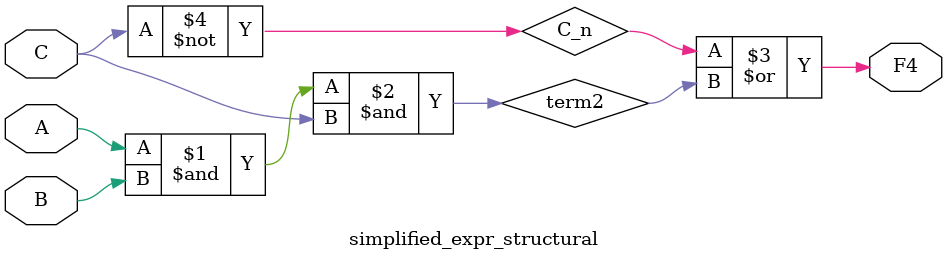
<source format=v>
module original_expr_structural (output F4, input A, B, C);
    wire A_n, C_n, term1, term2, term3;
    not (A_n, A);
    not (C_n, C);
    and (term1, A_n, C_n);
    and (term2, A, B, C);
    and (term3, A, C_n);
    or  (F4, term1, term2, term3);
endmodule

module simplified_expr_structural (output F4, input A, B, C);
    wire C_n, term2;
    not (C_n, C);
    and (term2, A, B, C);
    or  (F4, C_n, term2);
endmodule

</source>
